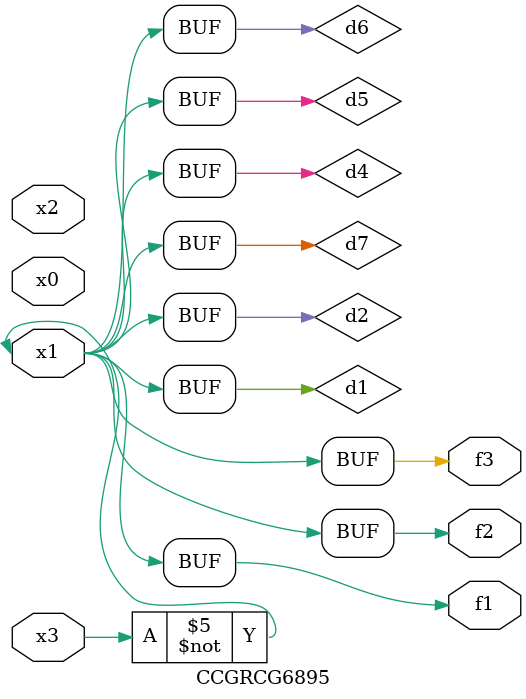
<source format=v>
module CCGRCG6895(
	input x0, x1, x2, x3,
	output f1, f2, f3
);

	wire d1, d2, d3, d4, d5, d6, d7;

	not (d1, x3);
	buf (d2, x1);
	xnor (d3, d1, d2);
	nor (d4, d1);
	buf (d5, d1, d2);
	buf (d6, d4, d5);
	nand (d7, d4);
	assign f1 = d6;
	assign f2 = d7;
	assign f3 = d6;
endmodule

</source>
